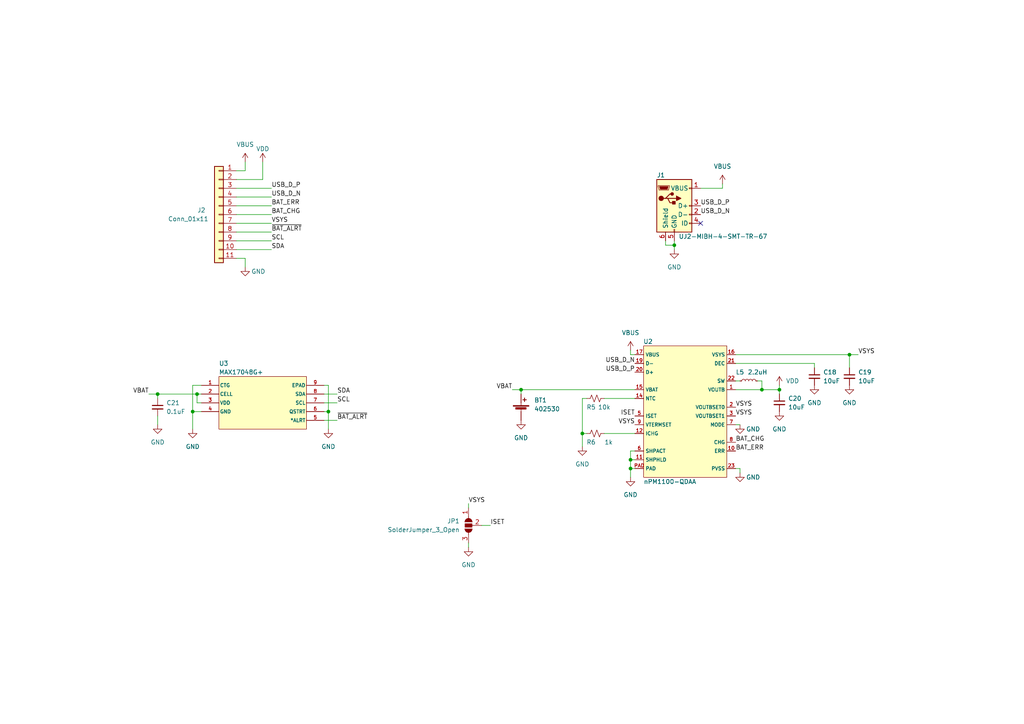
<source format=kicad_sch>
(kicad_sch (version 20231120) (generator "eeschema") (generator_version "8.0")
  (paper "A4")
  (lib_symbols
    (symbol "Connector:USB_B_Micro" (pin_names (offset 1.016))
      (property "Reference" "J" (at -5.08 11.43 0))
      (property "Value" "USB_B_Micro" (at -5.08 8.89 0))
      (symbol "USB_B_Micro_0_1"
        (rectangle (start -5.08 -7.62) (end 5.08 7.62) (stroke (width 0.254)) (fill (type background)))
        (circle (center -3.81 2.159) (radius 0.635) (stroke (width 0.254)) (fill (type outline)))
        (circle (center -0.635 3.429) (radius 0.381) (stroke (width 0.254)) (fill (type outline)))
        (rectangle (start -0.127 -7.62) (end 0.127 -6.858))
        (polyline (pts (xy -1.905 2.159) (xy 0.635 2.159)) (stroke (width 0.254)))
        (polyline (pts (xy -3.175 2.159) (xy -2.54 2.159) (xy -1.27 3.429) (xy -0.635 3.429)) (stroke (width 0.254)))
        (polyline (pts (xy -2.54 2.159) (xy -1.905 2.159) (xy -1.27 0.889) (xy 0 0.889)) (stroke (width 0.254)))
        (polyline (pts (xy 0.635 2.794) (xy 0.635 1.524) (xy 1.905 2.159) (xy 0.635 2.794)) (stroke (width 0.254)) (fill (type outline)))
        (polyline (pts (xy -4.318 5.588) (xy -1.778 5.588) (xy -2.032 4.826) (xy -4.064 4.826) (xy -4.318 5.588)) (fill (type outline)))
        (polyline (pts (xy -4.699 5.842) (xy -4.699 5.588) (xy -4.445 4.826) (xy -4.445 4.572) (xy -1.651 4.572) (xy -1.651 4.826) (xy -1.397 5.588) (xy -1.397 5.842) (xy -4.699 5.842)))
        (rectangle (start 0.254 1.27) (end -0.508 0.508) (stroke (width 0.254)) (fill (type outline)))
        (rectangle (start 5.08 -5.207) (end 4.318 -4.953))
        (rectangle (start 5.08 -2.667) (end 4.318 -2.413))
        (rectangle (start 5.08 -0.127) (end 4.318 0.127))
        (rectangle (start 5.08 4.953) (end 4.318 5.207))
      )
      (symbol "USB_B_Micro_1_1"
        (pin power_out line (at 7.62 5.08 180) (length 2.54) (name "VBUS") (number "1"))
        (pin bidirectional line (at 7.62 -2.54 180) (length 2.54) (name "D-") (number "2"))
        (pin bidirectional line (at 7.62 0 180) (length 2.54) (name "D+") (number "3"))
        (pin passive line (at 7.62 -5.08 180) (length 2.54) (name "ID") (number "4"))
        (pin power_out line (at 0 -10.16 90) (length 2.54) (name "GND") (number "5"))
        (pin passive line (at -2.54 -10.16 90) (length 2.54) (name "Shield") (number "6"))
      )
    )
    (symbol "Connector_Generic:Conn_01x11" (pin_names (offset 1.016) hide)
      (property "Reference" "J" (at 0 15.24 0))
      (property "Value" "Conn_01x11" (at 0 -15.24 0))
      (symbol "Conn_01x11_1_1"
        (rectangle (start -1.27 -12.573) (end 0 -12.827) (stroke (width 0.1524)))
        (rectangle (start -1.27 -10.033) (end 0 -10.287) (stroke (width 0.1524)))
        (rectangle (start -1.27 -7.493) (end 0 -7.747) (stroke (width 0.1524)))
        (rectangle (start -1.27 -4.953) (end 0 -5.207) (stroke (width 0.1524)))
        (rectangle (start -1.27 -2.413) (end 0 -2.667) (stroke (width 0.1524)))
        (rectangle (start -1.27 0.127) (end 0 -0.127) (stroke (width 0.1524)))
        (rectangle (start -1.27 2.667) (end 0 2.413) (stroke (width 0.1524)))
        (rectangle (start -1.27 5.207) (end 0 4.953) (stroke (width 0.1524)))
        (rectangle (start -1.27 7.747) (end 0 7.493) (stroke (width 0.1524)))
        (rectangle (start -1.27 10.287) (end 0 10.033) (stroke (width 0.1524)))
        (rectangle (start -1.27 12.827) (end 0 12.573) (stroke (width 0.1524)))
        (rectangle (start -1.27 13.97) (end 1.27 -13.97) (stroke (width 0.254)) (fill (type background)))
        (pin passive line (at -5.08 12.7 0) (length 3.81) (name "Pin_1") (number "1"))
        (pin passive line (at -5.08 -10.16 0) (length 3.81) (name "Pin_10") (number "10"))
        (pin passive line (at -5.08 -12.7 0) (length 3.81) (name "Pin_11") (number "11"))
        (pin passive line (at -5.08 10.16 0) (length 3.81) (name "Pin_2") (number "2"))
        (pin passive line (at -5.08 7.62 0) (length 3.81) (name "Pin_3") (number "3"))
        (pin passive line (at -5.08 5.08 0) (length 3.81) (name "Pin_4") (number "4"))
        (pin passive line (at -5.08 2.54 0) (length 3.81) (name "Pin_5") (number "5"))
        (pin passive line (at -5.08 0 0) (length 3.81) (name "Pin_6") (number "6"))
        (pin passive line (at -5.08 -2.54 0) (length 3.81) (name "Pin_7") (number "7"))
        (pin passive line (at -5.08 -5.08 0) (length 3.81) (name "Pin_8") (number "8"))
        (pin passive line (at -5.08 -7.62 0) (length 3.81) (name "Pin_9") (number "9"))
      )
    )
    (symbol "Device:Battery_Cell" (pin_numbers hide) (pin_names (offset 0) hide)
      (property "Reference" "BT" (at 2.54 2.54 0))
      (property "Value" "Battery_Cell" (at 2.54 0 0))
      (symbol "Battery_Cell_0_1"
        (rectangle (start -2.286 1.778) (end 2.286 1.524) (fill (type outline)))
        (rectangle (start -1.5748 1.1938) (end 1.4732 0.6858) (fill (type outline)))
        (polyline (pts (xy 0 0.762) (xy 0 0)))
        (polyline (pts (xy 0 1.778) (xy 0 2.54)))
        (polyline (pts (xy 0.508 3.429) (xy 1.524 3.429)) (stroke (width 0.254)))
        (polyline (pts (xy 1.016 3.937) (xy 1.016 2.921)) (stroke (width 0.254)))
      )
      (symbol "Battery_Cell_1_1"
        (pin passive line (at 0 5.08 270) (length 2.54) (name "+") (number "1"))
        (pin passive line (at 0 -2.54 90) (length 2.54) (name "-") (number "2"))
      )
    )
    (symbol "Device:C_Small" (pin_numbers hide) (pin_names (offset 0.254) hide)
      (property "Reference" "C" (at 0.254 1.778 0))
      (property "Value" "C_Small" (at 0.254 -2.032 0))
      (symbol "C_Small_0_1"
        (polyline (pts (xy -1.524 -0.508) (xy 1.524 -0.508)) (stroke (width 0.3302)))
        (polyline (pts (xy -1.524 0.508) (xy 1.524 0.508)) (stroke (width 0.3048)))
      )
      (symbol "C_Small_1_1"
        (pin passive line (at 0 2.54 270) (length 2.032) (name "~") (number "1"))
        (pin passive line (at 0 -2.54 90) (length 2.032) (name "~") (number "2"))
      )
    )
    (symbol "Device:L_Small" (pin_numbers hide) (pin_names (offset 0.254) hide)
      (property "Reference" "L" (at 0.762 1.016 0))
      (property "Value" "L_Small" (at 0.762 -1.016 0))
      (symbol "L_Small_0_1"
        (arc (start 0 -2.032) (mid 0.5058 -1.524) (end 0 -1.016))
        (arc (start 0 -1.016) (mid 0.5058 -0.508) (end 0 0))
        (arc (start 0 0) (mid 0.5058 0.508) (end 0 1.016))
        (arc (start 0 1.016) (mid 0.5058 1.524) (end 0 2.032))
      )
      (symbol "L_Small_1_1"
        (pin passive line (at 0 2.54 270) (length 0.508) (name "~") (number "1"))
        (pin passive line (at 0 -2.54 90) (length 0.508) (name "~") (number "2"))
      )
    )
    (symbol "Device:R_Small_US" (pin_numbers hide) (pin_names (offset 0.254) hide)
      (property "Reference" "R" (at 0.762 0.508 0))
      (property "Value" "R_Small_US" (at 0.762 -1.016 0))
      (symbol "R_Small_US_1_1"
        (polyline (pts (xy 0 0) (xy 1.016 -0.381) (xy 0 -0.762) (xy -1.016 -1.143) (xy 0 -1.524)))
        (polyline (pts (xy 0 1.524) (xy 1.016 1.143) (xy 0 0.762) (xy -1.016 0.381) (xy 0 0)))
        (pin passive line (at 0 2.54 270) (length 1.016) (name "~") (number "1"))
        (pin passive line (at 0 -2.54 90) (length 1.016) (name "~") (number "2"))
      )
    )
    (symbol "GND_1" (power) (pin_names (offset 0))
      (property "Value" "GND_1" (at 0 -3.81 0))
      (symbol "GND_1_0_1"
        (polyline (pts (xy 0 0) (xy 0 -1.27) (xy 1.27 -1.27) (xy 0 -2.54) (xy -1.27 -1.27) (xy 0 -1.27)))
      )
      (symbol "GND_1_1_1"
        (pin power_in line (at 0 0 270) (length 0) hide (name "GND") (number "1"))
      )
    )
    (symbol "Jumper:SolderJumper_3_Open" (pin_names (offset 0) hide)
      (property "Reference" "JP" (at -2.54 -2.54 0))
      (property "Value" "SolderJumper_3_Open" (at 0 2.794 0))
      (symbol "SolderJumper_3_Open_0_1"
        (arc (start -1.016 1.016) (mid -2.0276 0) (end -1.016 -1.016))
        (arc (start -1.016 1.016) (mid -2.0276 0) (end -1.016 -1.016) (fill (type outline)))
        (rectangle (start -0.508 1.016) (end 0.508 -1.016) (fill (type outline)))
        (polyline (pts (xy -2.54 0) (xy -2.032 0)))
        (polyline (pts (xy -1.016 1.016) (xy -1.016 -1.016)))
        (polyline (pts (xy 0 -1.27) (xy 0 -1.016)))
        (polyline (pts (xy 1.016 1.016) (xy 1.016 -1.016)))
        (polyline (pts (xy 2.54 0) (xy 2.032 0)))
        (arc (start 1.016 -1.016) (mid 2.0276 0) (end 1.016 1.016))
        (arc (start 1.016 -1.016) (mid 2.0276 0) (end 1.016 1.016) (fill (type outline)))
      )
      (symbol "SolderJumper_3_Open_1_1"
        (pin passive line (at -5.08 0 0) (length 2.54) (name "A") (number "1"))
        (pin passive line (at 0 -3.81 90) (length 2.54) (name "C") (number "2"))
        (pin passive line (at 5.08 0 180) (length 2.54) (name "B") (number "3"))
      )
    )
    (symbol "power:GND" (power) (pin_names (offset 0))
      (property "Value" "GND" (at 0 -3.81 0))
      (symbol "GND_0_1"
        (polyline (pts (xy 0 0) (xy 0 -1.27) (xy 1.27 -1.27) (xy 0 -2.54) (xy -1.27 -1.27) (xy 0 -1.27)))
      )
      (symbol "GND_1_1"
        (pin power_in line (at 0 0 270) (length 0) hide (name "GND") (number "1"))
      )
    )
    (symbol "power:VBUS" (power) (pin_names (offset 0))
      (property "Value" "VBUS" (at 0 3.81 0))
      (symbol "VBUS_0_1"
        (polyline (pts (xy -0.762 1.27) (xy 0 2.54)))
        (polyline (pts (xy 0 0) (xy 0 2.54)))
        (polyline (pts (xy 0 2.54) (xy 0.762 1.27)))
      )
      (symbol "VBUS_1_1"
        (pin power_in line (at 0 0 90) (length 0) hide (name "VBUS") (number "1"))
      )
    )
    (symbol "power:VDD" (power) (pin_names (offset 0))
      (property "Value" "VDD" (at 0 3.81 0))
      (symbol "VDD_0_1"
        (polyline (pts (xy -0.762 1.27) (xy 0 2.54)))
        (polyline (pts (xy 0 0) (xy 0 2.54)))
        (polyline (pts (xy 0 2.54) (xy 0.762 1.27)))
      )
      (symbol "VDD_1_1"
        (pin power_in line (at 0 0 90) (length 0) hide (name "VDD") (number "1"))
      )
    )
    (symbol "watch:MAX17048G+" (pin_names (offset 0.254))
      (property "Reference" "U" (at 7.62 5.08 0))
      (property "Value" "MAX17048G+" (at 7.62 -13.97 0))
      (symbol "MAX17048G+_1_1"
        (rectangle (start 7.62 3.81) (end 33.02 -11.43) (fill (type background)))
        (pin unspecified line (at 2.54 1.27 0) (length 5.08) (name "CTG") (number "1"))
        (pin unspecified line (at 2.54 -1.27 0) (length 5.08) (name "CELL") (number "2"))
        (pin power_in line (at 2.54 -3.81 0) (length 5.08) (name "VDD") (number "3"))
        (pin power_in line (at 2.54 -6.35 0) (length 5.08) (name "GND") (number "4"))
        (pin output line (at 38.1 -8.89 180) (length 5.08) (name "*ALRT") (number "5"))
        (pin input line (at 38.1 -6.35 180) (length 5.08) (name "QSTRT") (number "6"))
        (pin input line (at 38.1 -3.81 180) (length 5.08) (name "SCL") (number "7"))
        (pin bidirectional line (at 38.1 -1.27 180) (length 5.08) (name "SDA") (number "8"))
        (pin unspecified line (at 38.1 1.27 180) (length 5.08) (name "EPAD") (number "9"))
      )
    )
    (symbol "watch:nPM1100-QDAA"
      (property "Reference" "U" (at 3.81 3.81 0))
      (property "Value" "nPM1100-QDAA" (at 2.54 -36.83 0))
      (symbol "nPM1100-QDAA_1_1"
        (rectangle (start 2.54 2.54) (end 26.67 -35.56) (fill (type background)))
        (pin power_out line (at 29.21 -10.16 180) (length 2.54) (name "VOUTB") (number "1"))
        (pin open_collector line (at 29.21 -27.94 180) (length 2.54) (name "ERR") (number "10"))
        (pin input line (at 0 -30.48 0) (length 2.54) (name "SHPHLD") (number "11"))
        (pin input line (at 0 -22.86 0) (length 2.54) (name "ICHG") (number "12"))
        (pin no_connect line (at 10.16 -45.72 180) (length 2.54) hide (name "NC") (number "13"))
        (pin input line (at 0 -12.7 0) (length 2.54) (name "NTC") (number "14"))
        (pin power_in line (at 0 -10.16 0) (length 2.54) (name "VBAT") (number "15"))
        (pin power_out line (at 29.21 0 180) (length 2.54) (name "VSYS") (number "16"))
        (pin power_in line (at 0 0 0) (length 2.54) (name "VBUS") (number "17"))
        (pin no_connect line (at 10.16 -48.26 180) (length 2.54) hide (name "NC") (number "18"))
        (pin input line (at 0 -2.54 0) (length 2.54) (name "D-") (number "19"))
        (pin input line (at 29.21 -15.24 180) (length 2.54) (name "VOUTBSET0") (number "2"))
        (pin input line (at 0 -5.08 0) (length 2.54) (name "D+") (number "20"))
        (pin power_out line (at 29.21 -2.54 180) (length 2.54) (name "DEC") (number "21"))
        (pin power_out line (at 29.21 -7.62 180) (length 2.54) (name "SW") (number "22"))
        (pin power_in line (at 29.21 -33.02 180) (length 2.54) (name "PVSS") (number "23"))
        (pin input line (at 29.21 -17.78 180) (length 2.54) (name "VOUTBSET1") (number "3"))
        (pin no_connect line (at 10.16 -43.18 180) (length 2.54) hide (name "NC") (number "4"))
        (pin input line (at 0 -17.78 0) (length 2.54) (name "ISET") (number "5"))
        (pin input line (at 0 -27.94 0) (length 2.54) (name "SHPACT") (number "6"))
        (pin input line (at 29.21 -20.32 180) (length 2.54) (name "MODE") (number "7"))
        (pin open_collector line (at 29.21 -25.4 180) (length 2.54) (name "CHG") (number "8"))
        (pin input line (at 0 -20.32 0) (length 2.54) (name "VTERMSET") (number "9"))
        (pin power_in line (at 0 -33.02 0) (length 2.54) (name "PAD") (number "PAD"))
      )
    )
  )
  (junction (at 195.58 71.12))
  (junction (at 151.13 113.03))
  (junction (at 55.88 119.38))
  (junction (at 95.25 119.38))
  (junction (at 182.88 135.89))
  (junction (at 182.88 133.35))
  (junction (at 57.15 114.3))
  (junction (at 246.38 102.87))
  (junction (at 45.72 114.3))
  (junction (at 220.98 113.03))
  (junction (at 226.06 113.03))
  (junction (at 168.91 125.73))
  (no_connect (at 203.2 64.77))
  (wire (pts (xy 78.74 64.77) (xy 68.58 64.77)))
  (wire (pts (xy 182.88 138.43) (xy 182.88 135.89)))
  (wire (pts (xy 246.38 102.87) (xy 248.92 102.87)))
  (wire (pts (xy 135.89 157.48) (xy 135.89 158.75)))
  (wire (pts (xy 78.74 59.69) (xy 68.58 59.69)))
  (wire (pts (xy 93.98 111.76) (xy 95.25 111.76)))
  (wire (pts (xy 182.88 101.6) (xy 182.88 102.87)))
  (wire (pts (xy 213.36 102.87) (xy 246.38 102.87)))
  (wire (pts (xy 57.15 114.3) (xy 58.42 114.3)))
  (wire (pts (xy 95.25 124.46) (xy 95.25 119.38)))
  (wire (pts (xy 168.91 125.73) (xy 168.91 129.54)))
  (wire (pts (xy 182.88 130.81) (xy 184.15 130.81)))
  (wire (pts (xy 213.36 123.19) (xy 214.63 123.19)))
  (wire (pts (xy 139.7 152.4) (xy 142.24 152.4)))
  (wire (pts (xy 135.89 146.05) (xy 135.89 147.32)))
  (wire (pts (xy 170.18 115.57) (xy 168.91 115.57)))
  (wire (pts (xy 193.04 69.85) (xy 193.04 71.12)))
  (wire (pts (xy 214.63 137.16) (xy 214.63 135.89)))
  (wire (pts (xy 195.58 69.85) (xy 195.58 71.12)))
  (wire (pts (xy 214.63 135.89) (xy 213.36 135.89)))
  (wire (pts (xy 45.72 114.3) (xy 45.72 115.57)))
  (wire (pts (xy 55.88 124.46) (xy 55.88 119.38)))
  (wire (pts (xy 148.59 113.03) (xy 151.13 113.03)))
  (wire (pts (xy 78.74 54.61) (xy 68.58 54.61)))
  (wire (pts (xy 195.58 71.12) (xy 195.58 72.39)))
  (wire (pts (xy 182.88 135.89) (xy 182.88 133.35)))
  (wire (pts (xy 43.18 114.3) (xy 45.72 114.3)))
  (wire (pts (xy 213.36 110.49) (xy 214.63 110.49)))
  (wire (pts (xy 71.12 46.99) (xy 71.12 49.53)))
  (wire (pts (xy 175.26 125.73) (xy 184.15 125.73)))
  (wire (pts (xy 55.88 119.38) (xy 58.42 119.38)))
  (wire (pts (xy 203.2 54.61) (xy 209.55 54.61)))
  (wire (pts (xy 55.88 111.76) (xy 58.42 111.76)))
  (wire (pts (xy 95.25 111.76) (xy 95.25 119.38)))
  (wire (pts (xy 213.36 113.03) (xy 220.98 113.03)))
  (wire (pts (xy 58.42 116.84) (xy 57.15 116.84)))
  (wire (pts (xy 219.71 110.49) (xy 220.98 110.49)))
  (wire (pts (xy 78.74 57.15) (xy 68.58 57.15)))
  (wire (pts (xy 97.79 114.3) (xy 93.98 114.3)))
  (wire (pts (xy 182.88 102.87) (xy 184.15 102.87)))
  (wire (pts (xy 213.36 105.41) (xy 236.22 105.41)))
  (wire (pts (xy 220.98 113.03) (xy 226.06 113.03)))
  (wire (pts (xy 71.12 77.47) (xy 71.12 74.93)))
  (wire (pts (xy 226.06 113.03) (xy 226.06 114.3)))
  (wire (pts (xy 78.74 72.39) (xy 68.58 72.39)))
  (wire (pts (xy 182.88 135.89) (xy 184.15 135.89)))
  (wire (pts (xy 78.74 67.31) (xy 68.58 67.31)))
  (wire (pts (xy 97.79 116.84) (xy 93.98 116.84)))
  (wire (pts (xy 97.79 121.92) (xy 93.98 121.92)))
  (wire (pts (xy 71.12 49.53) (xy 68.58 49.53)))
  (wire (pts (xy 45.72 114.3) (xy 57.15 114.3)))
  (wire (pts (xy 175.26 115.57) (xy 184.15 115.57)))
  (wire (pts (xy 168.91 125.73) (xy 170.18 125.73)))
  (wire (pts (xy 57.15 114.3) (xy 57.15 116.84)))
  (wire (pts (xy 71.12 74.93) (xy 68.58 74.93)))
  (wire (pts (xy 182.88 133.35) (xy 182.88 130.81)))
  (wire (pts (xy 78.74 62.23) (xy 68.58 62.23)))
  (wire (pts (xy 246.38 102.87) (xy 246.38 106.68)))
  (wire (pts (xy 76.2 52.07) (xy 68.58 52.07)))
  (wire (pts (xy 55.88 119.38) (xy 55.88 111.76)))
  (wire (pts (xy 209.55 53.34) (xy 209.55 54.61)))
  (wire (pts (xy 220.98 110.49) (xy 220.98 113.03)))
  (wire (pts (xy 193.04 71.12) (xy 195.58 71.12)))
  (wire (pts (xy 76.2 46.99) (xy 76.2 52.07)))
  (wire (pts (xy 226.06 111.76) (xy 226.06 113.03)))
  (wire (pts (xy 95.25 119.38) (xy 93.98 119.38)))
  (wire (pts (xy 151.13 113.03) (xy 184.15 113.03)))
  (wire (pts (xy 78.74 69.85) (xy 68.58 69.85)))
  (wire (pts (xy 182.88 133.35) (xy 184.15 133.35)))
  (wire (pts (xy 151.13 114.3) (xy 151.13 113.03)))
  (wire (pts (xy 168.91 115.57) (xy 168.91 125.73)))
  (wire (pts (xy 236.22 105.41) (xy 236.22 106.68)))
  (wire (pts (xy 45.72 120.65) (xy 45.72 123.19)))
  (label "USB_D_N" (at 184.15 105.41 180))
  (label "USB_D_P" (at 78.74 54.61 0))
  (label "USB_D_N" (at 78.74 57.15 0))
  (label "BAT_ERR" (at 78.74 59.69 0))
  (label "BAT_CHG" (at 78.74 62.23 0))
  (label "BAT_CHG" (at 213.36 128.27 0))
  (label "~{BAT_ALRT}" (at 97.79 121.92 0))
  (label "SDA" (at 78.74 72.39 0))
  (label "SDA" (at 97.79 114.3 0))
  (label "VSYS" (at 248.92 102.87 0))
  (label "USB_D_P" (at 203.2 59.69 0))
  (label "BAT_ERR" (at 213.36 130.81 0))
  (label "VSYS" (at 213.36 118.11 0))
  (label "VSYS" (at 78.74 64.77 0))
  (label "SCL" (at 97.79 116.84 0))
  (label "USB_D_N" (at 203.2 62.23 0))
  (label "SCL" (at 78.74 69.85 0))
  (label "~{BAT_ALRT}" (at 78.74 67.31 0))
  (label "ISET" (at 184.15 120.65 180))
  (label "VSYS" (at 135.89 146.05 0))
  (label "VBAT" (at 148.59 113.03 180))
  (label "VSYS" (at 213.36 120.65 0))
  (label "USB_D_P" (at 184.15 107.95 180))
  (label "ISET" (at 142.24 152.4 0))
  (label "VBAT" (at 43.18 114.3 180))
  (label "VSYS" (at 184.15 123.19 180))
  (symbol (lib_name "GND_1") (lib_id "power:GND") (at 214.63 123.19 0) (unit 1)
    (property "Reference" "#PWR08" (effects (hide yes)))
    (property "Value" "GND" (at 218.44 124.46 0))
  )
  (symbol (lib_id "Device:C_Small") (at 226.06 116.84 0) (unit 1)
    (property "Reference" "C20" (at 228.6 115.5763 0) (effects (justify left)))
    (property "Value" "10uF" (at 228.6 118.1163 0) (effects (justify left)))
    (property "Footprint" "Capacitor_SMD:C_0805_2012Metric_Pad1.18x1.45mm_HandSolder" (effects (hide yes)))
  )
  (symbol (lib_id "Device:C_Small") (at 236.22 109.22 0) (unit 1)
    (property "Reference" "C18" (at 238.76 107.9563 0) (effects (justify left)))
    (property "Value" "10uF" (at 238.76 110.4963 0) (effects (justify left)))
    (property "Footprint" "Capacitor_SMD:C_0805_2012Metric_Pad1.18x1.45mm_HandSolder" (effects (hide yes)))
  )
  (symbol (lib_id "power:VDD") (at 226.06 111.76 0) (unit 1)
    (property "Reference" "#PWR02" (effects (hide yes)))
    (property "Value" "VDD" (at 229.87 110.49 0))
  )
  (symbol (lib_name "GND_1") (lib_id "power:GND") (at 71.12 77.47 0) (unit 1)
    (property "Reference" "#PWR022" (effects (hide yes)))
    (property "Value" "GND" (at 74.93 78.74 0))
  )
  (symbol (lib_name "GND_1") (lib_id "power:GND") (at 236.22 111.76 0) (unit 1)
    (property "Reference" "#PWR03" (effects (hide yes)))
    (property "Value" "GND" (at 236.22 116.84 0))
  )
  (symbol (lib_name "GND_1") (lib_id "power:GND") (at 226.06 119.38 0) (unit 1)
    (property "Reference" "#PWR05" (effects (hide yes)))
    (property "Value" "GND" (at 226.06 124.46 0))
  )
  (symbol (lib_id "power:GND") (at 95.25 124.46 0) (unit 1)
    (property "Reference" "#PWR010" (effects (hide yes)))
    (property "Value" "GND" (at 95.25 129.54 0))
  )
  (symbol (lib_id "Device:R_Small_US") (at 172.72 115.57 90) (unit 1)
    (property "Reference" "R5" (at 171.45 118.11 90))
    (property "Value" "10k" (at 175.26 118.11 90))
    (property "Footprint" "Resistor_SMD:R_0402_1005Metric_Pad0.72x0.64mm_HandSolder" (effects (hide yes)))
  )
  (symbol (lib_name "GND_1") (lib_id "power:GND") (at 151.13 121.92 0) (unit 1)
    (property "Reference" "#PWR06" (effects (hide yes)))
    (property "Value" "GND" (at 151.13 127 0))
  )
  (symbol (lib_id "Jumper:SolderJumper_3_Open") (at 135.89 152.4 90) (mirror x) (unit 1)
    (property "Reference" "JP1" (at 133.35 151.13 90) (effects (justify left)))
    (property "Value" "SolderJumper_3_Open" (at 133.35 153.67 90) (effects (justify left)))
    (property "Footprint" "Jumper:SolderJumper-3_P1.3mm_Open_Pad1.0x1.5mm" (effects (hide yes)))
  )
  (symbol (lib_id "watch:nPM1100-QDAA") (at 184.15 102.87 0) (unit 1)
    (property "Reference" "U2" (at 187.96 99.06 0))
    (property "Value" "nPM1100-QDAA" (at 186.69 139.7 0) (effects (justify left)))
    (property "Footprint" "watch:nPM1100-QD" (effects (hide yes)))
    (property "Datasheet" "https://infocenter.nordicsemi.com/pdf/nPM1100_PS_v1.3.pdf" (effects (hide yes)))
    (property "Description" "POWER MANAGEMENT IC QFN24 VTERM" (effects (hide yes)))
    (property "Manufacturer" "Nordic Semiconductor" (effects (hide yes)))
  )
  (symbol (lib_name "GND_1") (lib_id "power:GND") (at 182.88 138.43 0) (unit 1)
    (property "Reference" "#PWR012" (effects (hide yes)))
    (property "Value" "GND" (at 182.88 143.51 0))
  )
  (symbol (lib_name "GND_1") (lib_id "power:GND") (at 135.89 158.75 0) (unit 1)
    (property "Reference" "#PWR023" (effects (hide yes)))
    (property "Value" "GND" (at 135.89 163.83 0))
  )
  (symbol (lib_id "watch:MAX17048G+") (at 55.88 113.03 0) (unit 1)
    (property "Reference" "U3" (at 63.5 105.41 0) (effects (justify left)))
    (property "Value" "MAX17048G+" (at 63.5 107.95 0) (effects (justify left)))
    (property "Footprint" "watch:MAX17048G&plus_" (effects (hide yes)))
  )
  (symbol (lib_id "Device:C_Small") (at 246.38 109.22 0) (unit 1)
    (property "Reference" "C19" (at 248.92 107.9563 0) (effects (justify left)))
    (property "Value" "10uF" (at 248.92 110.4963 0) (effects (justify left)))
    (property "Footprint" "Capacitor_SMD:C_0805_2012Metric_Pad1.18x1.45mm_HandSolder" (effects (hide yes)))
  )
  (symbol (lib_id "power:VDD") (at 76.2 46.99 0) (unit 1)
    (property "Reference" "#PWR020" (effects (hide yes)))
    (property "Value" "VDD" (at 76.2 43.18 0))
  )
  (symbol (lib_id "Device:C_Small") (at 45.72 118.11 0) (unit 1)
    (property "Reference" "C21" (at 48.26 116.8462 0) (effects (justify left)))
    (property "Value" "0.1uF" (at 48.26 119.3862 0) (effects (justify left)))
    (property "Footprint" "Capacitor_SMD:C_0402_1005Metric_Pad0.74x0.62mm_HandSolder" (effects (hide yes)))
  )
  (symbol (lib_id "power:GND") (at 195.58 72.39 0) (unit 1)
    (property "Reference" "#PWR025" (effects (hide yes)))
    (property "Value" "GND" (at 195.58 77.47 0))
  )
  (symbol (lib_id "power:GND") (at 55.88 124.46 0) (unit 1)
    (property "Reference" "#PWR09" (effects (hide yes)))
    (property "Value" "GND" (at 55.88 129.54 0))
  )
  (symbol (lib_id "power:VBUS") (at 209.55 53.34 0) (unit 1)
    (property "Reference" "#PWR024" (effects (hide yes)))
    (property "Value" "VBUS" (at 209.55 48.26 0))
  )
  (symbol (lib_name "GND_1") (lib_id "power:GND") (at 246.38 111.76 0) (unit 1)
    (property "Reference" "#PWR04" (effects (hide yes)))
    (property "Value" "GND" (at 246.38 116.84 0))
  )
  (symbol (lib_id "Connector_Generic:Conn_01x11") (at 63.5 62.23 0) (mirror y) (unit 1)
    (property "Reference" "J2" (at 58.42 60.96 0))
    (property "Value" "Conn_01x11" (at 54.61 63.5 0))
    (property "Footprint" "Connector_PinHeader_2.54mm:PinHeader_1x11_P2.54mm_Vertical" (effects (hide yes)))
  )
  (symbol (lib_id "power:VBUS") (at 182.88 101.6 0) (unit 1)
    (property "Reference" "#PWR01" (effects (hide yes)))
    (property "Value" "VBUS" (at 182.88 96.52 0))
  )
  (symbol (lib_name "GND_1") (lib_id "power:GND") (at 214.63 137.16 0) (unit 1)
    (property "Reference" "#PWR013" (effects (hide yes)))
    (property "Value" "GND" (at 218.44 138.43 0))
  )
  (symbol (lib_id "Device:Battery_Cell") (at 151.13 119.38 0) (unit 1)
    (property "Reference" "BT1" (at 154.94 116.078 0) (effects (justify left)))
    (property "Value" "402530" (at 154.94 118.618 0) (effects (justify left)))
    (property "Footprint" "Connector_JST:JST_PH_S2B-PH-K_1x02_P2.00mm_Horizontal" (effects (hide yes)))
  )
  (symbol (lib_id "Device:L_Small") (at 217.17 110.49 90) (unit 1)
    (property "Reference" "L5" (at 214.63 107.95 90))
    (property "Value" "2.2uH" (at 219.71 107.95 90))
    (property "Footprint" "Inductor_SMD:L_0805_2012Metric_Pad1.05x1.20mm_HandSolder" (effects (hide yes)))
  )
  (symbol (lib_id "Connector:USB_B_Micro") (at 195.58 59.69 0) (unit 1)
    (property "Reference" "J1" (at 190.5 50.8 0) (effects (justify left)))
    (property "Value" "UJ2-MIBH-4-SMT-TR-67" (at 196.85 68.58 0) (effects (justify left)))
    (property "Footprint" "watch:UJ2-MIBH-4-SMT-TR-67" (effects (hide yes)))
    (property "Datasheet" "https://www.cuidevices.com/product/resource/uj2-mibh-4-smt-tr-67.pdf" (effects (hide yes)))
    (property "Description" "USB Micro Type B connector" (effects (hide yes)))
    (property "Manufacturer" "CUI Devices" (effects (hide yes)))
  )
  (symbol (lib_id "power:GND") (at 45.72 123.19 0) (unit 1)
    (property "Reference" "#PWR07" (effects (hide yes)))
    (property "Value" "GND" (at 45.72 128.27 0))
  )
  (symbol (lib_id "Device:R_Small_US") (at 172.72 125.73 90) (unit 1)
    (property "Reference" "R6" (at 171.45 128.27 90))
    (property "Value" "1k" (at 176.53 128.27 90))
    (property "Footprint" "Resistor_SMD:R_0402_1005Metric_Pad0.72x0.64mm_HandSolder" (effects (hide yes)))
  )
  (symbol (lib_name "GND_1") (lib_id "power:GND") (at 168.91 129.54 0) (unit 1)
    (property "Reference" "#PWR011" (effects (hide yes)))
    (property "Value" "GND" (at 168.91 134.62 0))
  )
  (symbol (lib_id "power:VBUS") (at 71.12 46.99 0) (unit 1)
    (property "Reference" "#PWR021" (effects (hide yes)))
    (property "Value" "VBUS" (at 71.12 41.91 0))
  )
)
</source>
